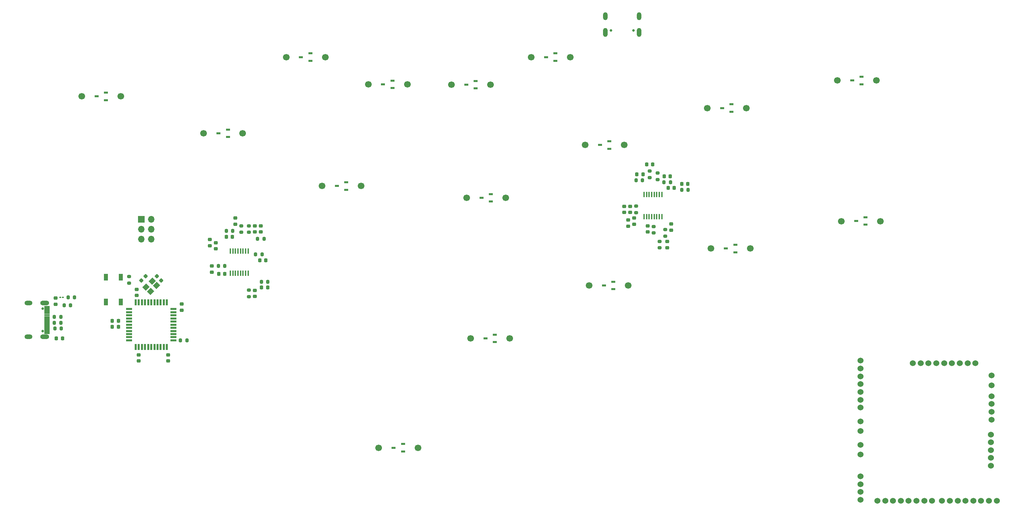
<source format=gbr>
%TF.GenerationSoftware,KiCad,Pcbnew,8.0.8*%
%TF.CreationDate,2025-04-25T11:22:14-07:00*%
%TF.ProjectId,MainBoard_BrooksP5Mini,4d61696e-426f-4617-9264-5f42726f6f6b,rev?*%
%TF.SameCoordinates,Original*%
%TF.FileFunction,Soldermask,Bot*%
%TF.FilePolarity,Negative*%
%FSLAX46Y46*%
G04 Gerber Fmt 4.6, Leading zero omitted, Abs format (unit mm)*
G04 Created by KiCad (PCBNEW 8.0.8) date 2025-04-25 11:22:14*
%MOMM*%
%LPD*%
G01*
G04 APERTURE LIST*
G04 Aperture macros list*
%AMRoundRect*
0 Rectangle with rounded corners*
0 $1 Rounding radius*
0 $2 $3 $4 $5 $6 $7 $8 $9 X,Y pos of 4 corners*
0 Add a 4 corners polygon primitive as box body*
4,1,4,$2,$3,$4,$5,$6,$7,$8,$9,$2,$3,0*
0 Add four circle primitives for the rounded corners*
1,1,$1+$1,$2,$3*
1,1,$1+$1,$4,$5*
1,1,$1+$1,$6,$7*
1,1,$1+$1,$8,$9*
0 Add four rect primitives between the rounded corners*
20,1,$1+$1,$2,$3,$4,$5,0*
20,1,$1+$1,$4,$5,$6,$7,0*
20,1,$1+$1,$6,$7,$8,$9,0*
20,1,$1+$1,$8,$9,$2,$3,0*%
%AMRotRect*
0 Rectangle, with rotation*
0 The origin of the aperture is its center*
0 $1 length*
0 $2 width*
0 $3 Rotation angle, in degrees counterclockwise*
0 Add horizontal line*
21,1,$1,$2,0,0,$3*%
G04 Aperture macros list end*
%ADD10C,0.010000*%
%ADD11C,1.700000*%
%ADD12R,1.700000X1.700000*%
%ADD13O,1.700000X1.700000*%
%ADD14C,0.650000*%
%ADD15O,1.204000X2.304000*%
%ADD16O,1.204000X2.004000*%
%ADD17C,1.524000*%
%ADD18RoundRect,0.225000X0.225000X0.250000X-0.225000X0.250000X-0.225000X-0.250000X0.225000X-0.250000X0*%
%ADD19R,1.500000X0.550000*%
%ADD20R,0.550000X1.500000*%
%ADD21RoundRect,0.200000X-0.275000X0.200000X-0.275000X-0.200000X0.275000X-0.200000X0.275000X0.200000X0*%
%ADD22RoundRect,0.225000X0.250000X-0.225000X0.250000X0.225000X-0.250000X0.225000X-0.250000X-0.225000X0*%
%ADD23R,1.000000X0.599999*%
%ADD24RoundRect,0.225000X-0.250000X0.225000X-0.250000X-0.225000X0.250000X-0.225000X0.250000X0.225000X0*%
%ADD25RoundRect,0.200000X-0.200000X-0.275000X0.200000X-0.275000X0.200000X0.275000X-0.200000X0.275000X0*%
%ADD26RoundRect,0.225000X-0.225000X-0.250000X0.225000X-0.250000X0.225000X0.250000X-0.225000X0.250000X0*%
%ADD27RoundRect,0.200000X0.200000X0.275000X-0.200000X0.275000X-0.200000X-0.275000X0.200000X-0.275000X0*%
%ADD28RoundRect,0.225000X-0.017678X0.335876X-0.335876X0.017678X0.017678X-0.335876X0.335876X-0.017678X0*%
%ADD29RoundRect,0.200000X0.275000X-0.200000X0.275000X0.200000X-0.275000X0.200000X-0.275000X-0.200000X0*%
%ADD30RoundRect,0.100000X0.130000X0.100000X-0.130000X0.100000X-0.130000X-0.100000X0.130000X-0.100000X0*%
%ADD31R,0.355600X1.422400*%
%ADD32RoundRect,0.218750X0.218750X0.256250X-0.218750X0.256250X-0.218750X-0.256250X0.218750X-0.256250X0*%
%ADD33R,1.000000X1.700000*%
%ADD34O,2.304000X1.204000*%
%ADD35O,2.004000X1.204000*%
%ADD36RoundRect,0.225000X-0.335876X-0.017678X-0.017678X-0.335876X0.335876X0.017678X0.017678X0.335876X0*%
%ADD37RotRect,1.400000X1.200000X45.000000*%
%ADD38RoundRect,0.218750X-0.256250X0.218750X-0.256250X-0.218750X0.256250X-0.218750X0.256250X0.218750X0*%
G04 APERTURE END LIST*
D10*
%TO.C,J1*%
X28420000Y-94390000D02*
X27170000Y-94390000D01*
X27170000Y-93690000D01*
X28420000Y-93690000D01*
X28420000Y-94390000D01*
G36*
X28420000Y-94390000D02*
G01*
X27170000Y-94390000D01*
X27170000Y-93690000D01*
X28420000Y-93690000D01*
X28420000Y-94390000D01*
G37*
X28420000Y-95190000D02*
X27170000Y-95190000D01*
X27170000Y-94490000D01*
X28420000Y-94490000D01*
X28420000Y-95190000D01*
G36*
X28420000Y-95190000D02*
G01*
X27170000Y-95190000D01*
X27170000Y-94490000D01*
X28420000Y-94490000D01*
X28420000Y-95190000D01*
G37*
X28420000Y-95690000D02*
X27170000Y-95690000D01*
X27170000Y-95290000D01*
X28420000Y-95290000D01*
X28420000Y-95690000D01*
G36*
X28420000Y-95690000D02*
G01*
X27170000Y-95690000D01*
X27170000Y-95290000D01*
X28420000Y-95290000D01*
X28420000Y-95690000D01*
G37*
X28420000Y-96190000D02*
X27170000Y-96190000D01*
X27170000Y-95790000D01*
X28420000Y-95790000D01*
X28420000Y-96190000D01*
G36*
X28420000Y-96190000D02*
G01*
X27170000Y-96190000D01*
X27170000Y-95790000D01*
X28420000Y-95790000D01*
X28420000Y-96190000D01*
G37*
X28420000Y-96690000D02*
X27170000Y-96690000D01*
X27170000Y-96290000D01*
X28420000Y-96290000D01*
X28420000Y-96690000D01*
G36*
X28420000Y-96690000D02*
G01*
X27170000Y-96690000D01*
X27170000Y-96290000D01*
X28420000Y-96290000D01*
X28420000Y-96690000D01*
G37*
X28420000Y-97190000D02*
X27170000Y-97190000D01*
X27170000Y-96790000D01*
X28420000Y-96790000D01*
X28420000Y-97190000D01*
G36*
X28420000Y-97190000D02*
G01*
X27170000Y-97190000D01*
X27170000Y-96790000D01*
X28420000Y-96790000D01*
X28420000Y-97190000D01*
G37*
X28420000Y-97690000D02*
X27170000Y-97690000D01*
X27170000Y-97290000D01*
X28420000Y-97290000D01*
X28420000Y-97690000D01*
G36*
X28420000Y-97690000D02*
G01*
X27170000Y-97690000D01*
X27170000Y-97290000D01*
X28420000Y-97290000D01*
X28420000Y-97690000D01*
G37*
X28420000Y-98190000D02*
X27170000Y-98190000D01*
X27170000Y-97790000D01*
X28420000Y-97790000D01*
X28420000Y-98190000D01*
G36*
X28420000Y-98190000D02*
G01*
X27170000Y-98190000D01*
X27170000Y-97790000D01*
X28420000Y-97790000D01*
X28420000Y-98190000D01*
G37*
X28420000Y-98690000D02*
X27170000Y-98690000D01*
X27170000Y-98290000D01*
X28420000Y-98290000D01*
X28420000Y-98690000D01*
G36*
X28420000Y-98690000D02*
G01*
X27170000Y-98690000D01*
X27170000Y-98290000D01*
X28420000Y-98290000D01*
X28420000Y-98690000D01*
G37*
X28420000Y-99190000D02*
X27170000Y-99190000D01*
X27170000Y-98790000D01*
X28420000Y-98790000D01*
X28420000Y-99190000D01*
G36*
X28420000Y-99190000D02*
G01*
X27170000Y-99190000D01*
X27170000Y-98790000D01*
X28420000Y-98790000D01*
X28420000Y-99190000D01*
G37*
X28420000Y-99990000D02*
X27170000Y-99990000D01*
X27170000Y-99290000D01*
X28420000Y-99290000D01*
X28420000Y-99990000D01*
G36*
X28420000Y-99990000D02*
G01*
X27170000Y-99990000D01*
X27170000Y-99290000D01*
X28420000Y-99290000D01*
X28420000Y-99990000D01*
G37*
X28420000Y-100790000D02*
X27170000Y-100790000D01*
X27170000Y-100090000D01*
X28420000Y-100090000D01*
X28420000Y-100790000D01*
G36*
X28420000Y-100790000D02*
G01*
X27170000Y-100790000D01*
X27170000Y-100090000D01*
X28420000Y-100090000D01*
X28420000Y-100790000D01*
G37*
%TD*%
D11*
%TO.C,U34*%
X231000000Y-72000000D03*
X241000000Y-72000000D03*
%TD*%
%TO.C,U35*%
X230000000Y-36000003D03*
X240000000Y-36000003D03*
%TD*%
%TO.C,U31*%
X196700000Y-43050002D03*
X206700000Y-43050002D03*
%TD*%
%TO.C,U30*%
X197700000Y-79000000D03*
X207700000Y-79000000D03*
%TD*%
%TO.C,U27*%
X165500000Y-52500003D03*
X175500000Y-52500003D03*
%TD*%
%TO.C,U26*%
X166500000Y-88450001D03*
X176500000Y-88450001D03*
%TD*%
%TO.C,U22*%
X136200000Y-102000000D03*
X146200000Y-102000000D03*
%TD*%
%TO.C,U23*%
X135200000Y-66000000D03*
X145200000Y-66000000D03*
%TD*%
%TO.C,U32*%
X112700000Y-130000000D03*
X122700000Y-130000000D03*
%TD*%
%TO.C,U28*%
X98200000Y-63000000D03*
X108200000Y-63000000D03*
%TD*%
%TO.C,U24*%
X67900000Y-49500003D03*
X77900000Y-49500003D03*
%TD*%
%TO.C,U2*%
X36700000Y-40050002D03*
X46700000Y-40050002D03*
%TD*%
%TO.C,U21*%
X89000000Y-30000000D03*
X99000000Y-30000000D03*
%TD*%
%TO.C,U25*%
X110000000Y-37000000D03*
X120000000Y-37000000D03*
%TD*%
%TO.C,U29*%
X131300000Y-37050002D03*
X141300000Y-37050002D03*
%TD*%
%TO.C,U33*%
X151700000Y-30000000D03*
X161700000Y-30000000D03*
%TD*%
D12*
%TO.C,J2*%
X51960000Y-71500000D03*
D13*
X54500000Y-71500000D03*
X51960000Y-74040000D03*
X54500000Y-74040000D03*
X51960000Y-76580000D03*
X54500000Y-76580000D03*
%TD*%
D14*
%TO.C,J3*%
X177890000Y-23180000D03*
X172110000Y-23180000D03*
D15*
X179320000Y-23680000D03*
X170680000Y-23680000D03*
D16*
X179320000Y-19500000D03*
X170680000Y-19500000D03*
%TD*%
D17*
%TO.C,U36*%
X269490000Y-116800000D03*
X269490000Y-118800000D03*
X269490000Y-120800000D03*
X269490000Y-122800000D03*
X269310000Y-126600000D03*
X269310000Y-128600000D03*
X269310000Y-130600000D03*
X269310000Y-132600000D03*
X269310000Y-134600000D03*
X270790000Y-143540000D03*
X268790000Y-143540000D03*
X266790000Y-143540000D03*
X264790000Y-143540000D03*
X262790000Y-143540000D03*
X260790000Y-143540000D03*
X258790000Y-143540000D03*
X256790000Y-143540000D03*
X254250000Y-143560000D03*
X252250000Y-143560000D03*
X250250000Y-143560000D03*
X248250000Y-143560000D03*
X246250000Y-143560000D03*
X244250000Y-143560000D03*
X242250000Y-143560000D03*
X240250000Y-143560000D03*
X235900000Y-143300000D03*
X235900000Y-141300000D03*
X235900000Y-139300000D03*
X235900000Y-137300000D03*
X235900000Y-131750000D03*
X235900000Y-129250000D03*
X235900000Y-125750000D03*
X235900000Y-123250000D03*
X235900000Y-119710000D03*
X235900000Y-117710000D03*
X235900000Y-115710000D03*
X235900000Y-113710000D03*
X235900000Y-111710000D03*
X235900000Y-109710000D03*
X235900000Y-107710000D03*
X249330000Y-108350000D03*
X251330000Y-108350000D03*
X253330000Y-108350000D03*
X255330000Y-108350000D03*
X257330000Y-108350000D03*
X259330000Y-108350000D03*
X261330000Y-108350000D03*
X263330000Y-108350000D03*
X265330000Y-108350000D03*
X269490000Y-111500000D03*
X269490000Y-114000000D03*
%TD*%
D18*
%TO.C,C30*%
X84275000Y-89000000D03*
X82725000Y-89000000D03*
%TD*%
D19*
%TO.C,U20*%
X48800000Y-102500000D03*
X48800000Y-101700000D03*
X48800000Y-100900000D03*
X48800000Y-100100000D03*
X48800000Y-99300000D03*
X48800000Y-98500000D03*
X48800000Y-97700000D03*
X48800000Y-96900000D03*
X48800000Y-96100000D03*
X48800000Y-95300000D03*
X48800000Y-94500000D03*
D20*
X50500000Y-92800000D03*
X51300000Y-92800000D03*
X52100000Y-92800000D03*
X52900000Y-92800000D03*
X53700000Y-92800000D03*
X54500000Y-92800000D03*
X55300000Y-92800000D03*
X56100000Y-92800000D03*
X56900000Y-92800000D03*
X57700000Y-92800000D03*
X58500000Y-92800000D03*
D19*
X60200000Y-94500000D03*
X60200000Y-95300000D03*
X60200000Y-96100000D03*
X60200000Y-96900000D03*
X60200000Y-97700000D03*
X60200000Y-98500000D03*
X60200000Y-99300000D03*
X60200000Y-100100000D03*
X60200000Y-100900000D03*
X60200000Y-101700000D03*
X60200000Y-102500000D03*
D20*
X58500000Y-104200000D03*
X57700000Y-104200000D03*
X56900000Y-104200000D03*
X56100000Y-104200000D03*
X55300000Y-104200000D03*
X54500000Y-104200000D03*
X53700000Y-104200000D03*
X52900000Y-104200000D03*
X52100000Y-104200000D03*
X51300000Y-104200000D03*
X50500000Y-104200000D03*
%TD*%
D21*
%TO.C,R12*%
X184000000Y-59675000D03*
X184000000Y-61325000D03*
%TD*%
D22*
%TO.C,C24*%
X181500000Y-74775000D03*
X181500000Y-73225000D03*
%TD*%
D23*
%TO.C,U15*%
X157900000Y-29049999D03*
X157900000Y-30949998D03*
X155500000Y-30000000D03*
%TD*%
D24*
%TO.C,C41*%
X82500000Y-73225000D03*
X82500000Y-74775000D03*
%TD*%
D23*
%TO.C,U4*%
X171700000Y-51549999D03*
X171700000Y-53449998D03*
X169300000Y-52500000D03*
%TD*%
%TO.C,U18*%
X137500000Y-36099999D03*
X137500000Y-37999998D03*
X135100000Y-37050000D03*
%TD*%
D22*
%TO.C,C7*%
X50800000Y-91000000D03*
X50800000Y-89450000D03*
%TD*%
D23*
%TO.C,U12*%
X142400000Y-101049999D03*
X142400000Y-102949998D03*
X140000000Y-102000000D03*
%TD*%
D21*
%TO.C,R31*%
X79500000Y-73175000D03*
X79500000Y-74825000D03*
%TD*%
D25*
%TO.C,R8*%
X178500000Y-61500000D03*
X180150000Y-61500000D03*
%TD*%
D18*
%TO.C,C17*%
X188275000Y-63500000D03*
X186725000Y-63500000D03*
%TD*%
D26*
%TO.C,C14*%
X178725000Y-60000000D03*
X180275000Y-60000000D03*
%TD*%
D23*
%TO.C,U6*%
X236200000Y-35049999D03*
X236200000Y-36949998D03*
X233800000Y-36000000D03*
%TD*%
D27*
%TO.C,R25*%
X82825000Y-80500000D03*
X81175000Y-80500000D03*
%TD*%
D28*
%TO.C,C10*%
X53060140Y-86108489D03*
X51964124Y-87204505D03*
%TD*%
D29*
%TO.C,R18*%
X183000000Y-75000000D03*
X183000000Y-73350000D03*
%TD*%
D30*
%TO.C,*%
X31860000Y-91540000D03*
%TD*%
D31*
%TO.C,U3*%
X74725001Y-79655200D03*
X75374999Y-79655200D03*
X76025001Y-79655200D03*
X76674999Y-79655200D03*
X77324998Y-79655200D03*
X77974999Y-79655200D03*
X78624998Y-79655200D03*
X79274999Y-79655200D03*
X79274999Y-85344800D03*
X78625001Y-85344800D03*
X77974999Y-85344800D03*
X77325001Y-85344800D03*
X76675002Y-85344800D03*
X76025001Y-85344800D03*
X75375002Y-85344800D03*
X74725001Y-85344800D03*
%TD*%
D25*
%TO.C,R29*%
X73675000Y-74500000D03*
X75325000Y-74500000D03*
%TD*%
D27*
%TO.C,R14*%
X191825000Y-64000000D03*
X190175000Y-64000000D03*
%TD*%
%TO.C,R3*%
X31365000Y-98040000D03*
X29715000Y-98040000D03*
%TD*%
D32*
%TO.C,D5*%
X31787500Y-102000000D03*
X30212500Y-102000000D03*
%TD*%
D29*
%TO.C,R20*%
X186000000Y-75825000D03*
X186000000Y-74175000D03*
%TD*%
D27*
%TO.C,R9*%
X31500000Y-99500000D03*
X29850000Y-99500000D03*
%TD*%
D33*
%TO.C,SW_RESET1*%
X42900000Y-86350000D03*
X42900000Y-92650000D03*
X46700000Y-86350000D03*
X46700000Y-92650000D03*
%TD*%
D29*
%TO.C,R19*%
X184500000Y-78825000D03*
X184500000Y-77175000D03*
%TD*%
D14*
%TO.C,J1*%
X26720000Y-100130000D03*
X26720000Y-94350000D03*
D34*
X27220000Y-101560000D03*
X27220000Y-92920000D03*
D35*
X23040000Y-101560000D03*
X23040000Y-92920000D03*
%TD*%
D24*
%TO.C,C3*%
X51300000Y-106225000D03*
X51300000Y-107775000D03*
%TD*%
D22*
%TO.C,C9*%
X177000000Y-69775000D03*
X177000000Y-68225000D03*
%TD*%
D36*
%TO.C,C8*%
X55964124Y-86108489D03*
X57060140Y-87204505D03*
%TD*%
D21*
%TO.C,R11*%
X182000000Y-59175000D03*
X182000000Y-60825000D03*
%TD*%
D26*
%TO.C,C11*%
X44525000Y-99000000D03*
X46075000Y-99000000D03*
%TD*%
D22*
%TO.C,C25*%
X186500000Y-78775000D03*
X186500000Y-77225000D03*
%TD*%
D24*
%TO.C,C39*%
X81000000Y-73225000D03*
X81000000Y-74775000D03*
%TD*%
%TO.C,C4*%
X58800000Y-106225000D03*
X58800000Y-107775000D03*
%TD*%
%TO.C,C34*%
X69500000Y-76725000D03*
X69500000Y-78275000D03*
%TD*%
D18*
%TO.C,C16*%
X187275000Y-60500000D03*
X185725000Y-60500000D03*
%TD*%
D23*
%TO.C,U11*%
X141400000Y-65049999D03*
X141400000Y-66949998D03*
X139000000Y-66000000D03*
%TD*%
%TO.C,U10*%
X104400000Y-62049999D03*
X104400000Y-63949998D03*
X102000000Y-63000000D03*
%TD*%
D24*
%TO.C,C2*%
X70000000Y-83500000D03*
X70000000Y-85050000D03*
%TD*%
D25*
%TO.C,R7*%
X61975000Y-102500000D03*
X63625000Y-102500000D03*
%TD*%
D23*
%TO.C,U14*%
X237200000Y-70999999D03*
X237200000Y-72899998D03*
X234800000Y-71950000D03*
%TD*%
D37*
%TO.C,Y2*%
X53168629Y-88868629D03*
X54724264Y-87312994D03*
X55855635Y-88444365D03*
X54300000Y-90000000D03*
%TD*%
D29*
%TO.C,R26*%
X79500000Y-91325000D03*
X79500000Y-89675000D03*
%TD*%
D23*
%TO.C,U19*%
X203900000Y-78049999D03*
X203900000Y-79949998D03*
X201500000Y-79000000D03*
%TD*%
D22*
%TO.C,C32*%
X81000000Y-91275000D03*
X81000000Y-89725000D03*
%TD*%
D23*
%TO.C,U16*%
X95200000Y-29049999D03*
X95200000Y-30949998D03*
X92800000Y-30000000D03*
%TD*%
D22*
%TO.C,C20*%
X178000000Y-72775000D03*
X178000000Y-71225000D03*
%TD*%
D31*
%TO.C,U1*%
X180569801Y-65130199D03*
X181219799Y-65130199D03*
X181869801Y-65130199D03*
X182519799Y-65130199D03*
X183169798Y-65130199D03*
X183819799Y-65130199D03*
X184469798Y-65130199D03*
X185119799Y-65130199D03*
X185119799Y-70819799D03*
X184469801Y-70819799D03*
X183819799Y-70819799D03*
X183169801Y-70819799D03*
X182519802Y-70819799D03*
X181869801Y-70819799D03*
X181219802Y-70819799D03*
X180569801Y-70819799D03*
%TD*%
D27*
%TO.C,R13*%
X187325000Y-62000000D03*
X185675000Y-62000000D03*
%TD*%
D23*
%TO.C,U13*%
X172700000Y-87499999D03*
X172700000Y-89399998D03*
X170300000Y-88450000D03*
%TD*%
D30*
%TO.C,D2*%
X31860000Y-91540000D03*
X31220000Y-91540000D03*
%TD*%
D26*
%TO.C,C15*%
X181225000Y-57500000D03*
X182775000Y-57500000D03*
%TD*%
D25*
%TO.C,R34*%
X71675000Y-83500000D03*
X73325000Y-83500000D03*
%TD*%
D23*
%TO.C,U7*%
X118900000Y-129049999D03*
X118900000Y-130949998D03*
X116500000Y-130000000D03*
%TD*%
D18*
%TO.C,C31*%
X83775000Y-82000000D03*
X82225000Y-82000000D03*
%TD*%
D27*
%TO.C,R5*%
X34865000Y-91540000D03*
X33215000Y-91540000D03*
%TD*%
D23*
%TO.C,U17*%
X116200000Y-36049999D03*
X116200000Y-37949998D03*
X113800000Y-37000000D03*
%TD*%
D26*
%TO.C,C1*%
X71725000Y-85500000D03*
X73275000Y-85500000D03*
%TD*%
D21*
%TO.C,R27*%
X178500000Y-68175000D03*
X178500000Y-69825000D03*
%TD*%
D18*
%TO.C,C18*%
X191775000Y-62500000D03*
X190225000Y-62500000D03*
%TD*%
D22*
%TO.C,C19*%
X176500000Y-73275000D03*
X176500000Y-71725000D03*
%TD*%
D25*
%TO.C,R2*%
X29715000Y-96540000D03*
X31365000Y-96540000D03*
%TD*%
D38*
%TO.C,D6*%
X30000000Y-91712500D03*
X30000000Y-93287500D03*
%TD*%
D23*
%TO.C,U9*%
X42900000Y-39099999D03*
X42900000Y-40999998D03*
X40500000Y-40050000D03*
%TD*%
D22*
%TO.C,C6*%
X62300000Y-94775000D03*
X62300000Y-93225000D03*
%TD*%
D26*
%TO.C,C37*%
X73725000Y-76000000D03*
X75275000Y-76000000D03*
%TD*%
D23*
%TO.C,U8*%
X74100000Y-48549999D03*
X74100000Y-50449998D03*
X71700000Y-49500000D03*
%TD*%
D24*
%TO.C,C38*%
X76000000Y-71225000D03*
X76000000Y-72775000D03*
%TD*%
D21*
%TO.C,R30*%
X77500000Y-73175000D03*
X77500000Y-74825000D03*
%TD*%
D25*
%TO.C,R10*%
X32215000Y-93540000D03*
X33865000Y-93540000D03*
%TD*%
D22*
%TO.C,C12*%
X175500000Y-69775000D03*
X175500000Y-68225000D03*
%TD*%
D29*
%TO.C,R6*%
X48800000Y-87825000D03*
X48800000Y-86175000D03*
%TD*%
D27*
%TO.C,R24*%
X84325000Y-87500000D03*
X82675000Y-87500000D03*
%TD*%
%TO.C,R33*%
X83325000Y-76500000D03*
X81675000Y-76500000D03*
%TD*%
D24*
%TO.C,C26*%
X187500000Y-72725000D03*
X187500000Y-74275000D03*
%TD*%
D23*
%TO.C,U5*%
X202900000Y-42099999D03*
X202900000Y-43999998D03*
X200500000Y-43050000D03*
%TD*%
D18*
%TO.C,C5*%
X46075000Y-97500000D03*
X44525000Y-97500000D03*
%TD*%
D37*
%TO.C,*%
X53168629Y-88868629D03*
%TD*%
D24*
%TO.C,C33*%
X71000000Y-77500000D03*
X71000000Y-79050000D03*
%TD*%
M02*

</source>
